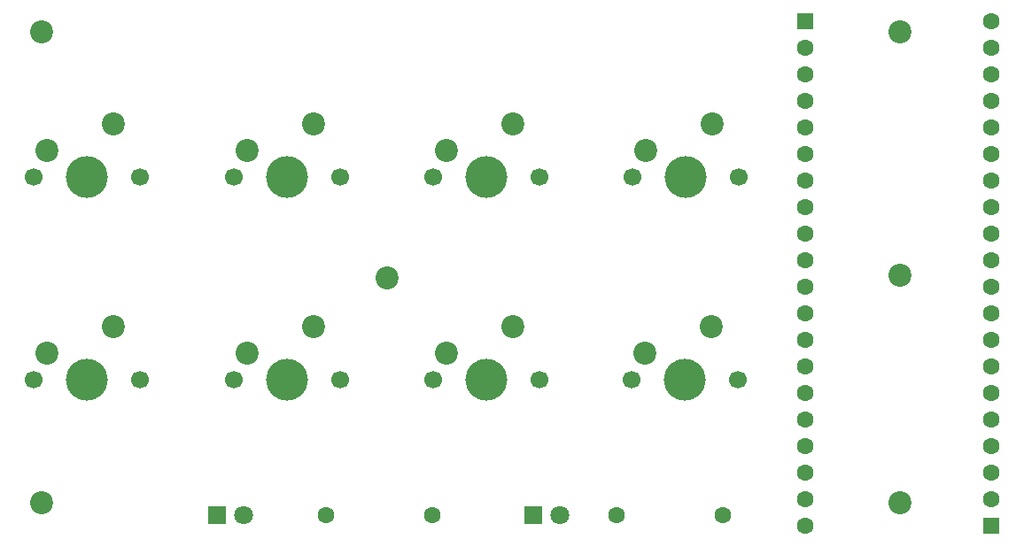
<source format=gbs>
G04 #@! TF.GenerationSoftware,KiCad,Pcbnew,9.0.4*
G04 #@! TF.CreationDate,2025-09-21T00:28:26-07:00*
G04 #@! TF.ProjectId,Macro_Pad,4d616372-6f5f-4506-9164-2e6b69636164,rev?*
G04 #@! TF.SameCoordinates,Original*
G04 #@! TF.FileFunction,Soldermask,Bot*
G04 #@! TF.FilePolarity,Negative*
%FSLAX46Y46*%
G04 Gerber Fmt 4.6, Leading zero omitted, Abs format (unit mm)*
G04 Created by KiCad (PCBNEW 9.0.4) date 2025-09-21 00:28:26*
%MOMM*%
%LPD*%
G01*
G04 APERTURE LIST*
G04 Aperture macros list*
%AMRoundRect*
0 Rectangle with rounded corners*
0 $1 Rounding radius*
0 $2 $3 $4 $5 $6 $7 $8 $9 X,Y pos of 4 corners*
0 Add a 4 corners polygon primitive as box body*
4,1,4,$2,$3,$4,$5,$6,$7,$8,$9,$2,$3,0*
0 Add four circle primitives for the rounded corners*
1,1,$1+$1,$2,$3*
1,1,$1+$1,$4,$5*
1,1,$1+$1,$6,$7*
1,1,$1+$1,$8,$9*
0 Add four rect primitives between the rounded corners*
20,1,$1+$1,$2,$3,$4,$5,0*
20,1,$1+$1,$4,$5,$6,$7,0*
20,1,$1+$1,$6,$7,$8,$9,0*
20,1,$1+$1,$8,$9,$2,$3,0*%
G04 Aperture macros list end*
%ADD10C,2.200000*%
%ADD11RoundRect,0.102000X-0.695000X0.695000X-0.695000X-0.695000X0.695000X-0.695000X0.695000X0.695000X0*%
%ADD12C,1.594000*%
%ADD13C,1.600000*%
%ADD14RoundRect,0.102000X0.695000X-0.695000X0.695000X0.695000X-0.695000X0.695000X-0.695000X-0.695000X0*%
%ADD15C,1.700000*%
%ADD16C,4.000000*%
%ADD17R,1.800000X1.800000*%
%ADD18C,1.800000*%
G04 APERTURE END LIST*
D10*
X194000000Y-114250000D03*
X145000000Y-114500000D03*
X194000000Y-91000000D03*
X194000000Y-136000000D03*
X112000000Y-136000000D03*
X112000000Y-91000000D03*
D11*
X185000000Y-89960000D03*
D12*
X185000000Y-92500000D03*
X185000000Y-95040000D03*
X185000000Y-97580000D03*
X185000000Y-100120000D03*
X185000000Y-102660000D03*
X185000000Y-105200000D03*
X185000000Y-107740000D03*
X185000000Y-110280000D03*
X185000000Y-112820000D03*
X185000000Y-115360000D03*
X185000000Y-117900000D03*
X185000000Y-120440000D03*
X185000000Y-122980000D03*
X185000000Y-125520000D03*
X185000000Y-128060000D03*
X185000000Y-130600000D03*
X185000000Y-133140000D03*
X185000000Y-135680000D03*
X185000000Y-138220000D03*
D13*
X177080000Y-137250000D03*
X166920000Y-137250000D03*
D14*
X202750000Y-138210000D03*
D12*
X202750000Y-135670000D03*
X202750000Y-133130000D03*
X202750000Y-130590000D03*
X202750000Y-128050000D03*
X202750000Y-125510000D03*
X202750000Y-122970000D03*
X202750000Y-120430000D03*
X202750000Y-117890000D03*
X202750000Y-115350000D03*
X202750000Y-112810000D03*
X202750000Y-110270000D03*
X202750000Y-107730000D03*
X202750000Y-105190000D03*
X202750000Y-102650000D03*
X202750000Y-100110000D03*
X202750000Y-97570000D03*
X202750000Y-95030000D03*
X202750000Y-92490000D03*
X202750000Y-89950000D03*
D15*
X149360000Y-124280000D03*
D16*
X154440000Y-124280000D03*
D15*
X159520000Y-124280000D03*
D10*
X156980000Y-119200000D03*
X150630000Y-121740000D03*
D13*
X149330000Y-137250000D03*
X139170000Y-137250000D03*
D15*
X111180000Y-124280000D03*
D16*
X116260000Y-124280000D03*
D15*
X121340000Y-124280000D03*
D10*
X118800000Y-119200000D03*
X112450000Y-121740000D03*
D17*
X128730000Y-137250000D03*
D18*
X131270000Y-137250000D03*
D15*
X168480000Y-104900000D03*
D16*
X173560000Y-104900000D03*
D15*
X178640000Y-104900000D03*
D10*
X176100000Y-99820000D03*
X169750000Y-102360000D03*
D15*
X111240000Y-104900000D03*
D16*
X116320000Y-104900000D03*
D15*
X121400000Y-104900000D03*
D10*
X118860000Y-99820000D03*
X112510000Y-102360000D03*
D15*
X130380000Y-104900000D03*
D16*
X135460000Y-104900000D03*
D15*
X140540000Y-104900000D03*
D10*
X138000000Y-99820000D03*
X131650000Y-102360000D03*
D17*
X158980000Y-137250000D03*
D18*
X161520000Y-137250000D03*
D15*
X130360000Y-124280000D03*
D16*
X135440000Y-124280000D03*
D15*
X140520000Y-124280000D03*
D10*
X137980000Y-119200000D03*
X131630000Y-121740000D03*
D15*
X149420000Y-104900000D03*
D16*
X154500000Y-104900000D03*
D15*
X159580000Y-104900000D03*
D10*
X157040000Y-99820000D03*
X150690000Y-102360000D03*
D15*
X168380000Y-124280000D03*
D16*
X173460000Y-124280000D03*
D15*
X178540000Y-124280000D03*
D10*
X176000000Y-119200000D03*
X169650000Y-121740000D03*
M02*

</source>
